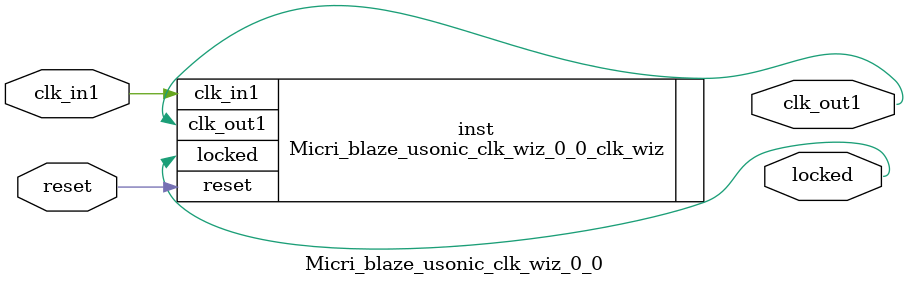
<source format=v>


`timescale 1ps/1ps

(* CORE_GENERATION_INFO = "Micri_blaze_usonic_clk_wiz_0_0,clk_wiz_v6_0_4_0_0,{component_name=Micri_blaze_usonic_clk_wiz_0_0,use_phase_alignment=true,use_min_o_jitter=false,use_max_i_jitter=false,use_dyn_phase_shift=false,use_inclk_switchover=false,use_dyn_reconfig=false,enable_axi=0,feedback_source=FDBK_AUTO,PRIMITIVE=MMCM,num_out_clk=1,clkin1_period=10.000,clkin2_period=10.000,use_power_down=false,use_reset=true,use_locked=true,use_inclk_stopped=false,feedback_type=SINGLE,CLOCK_MGR_TYPE=NA,manual_override=false}" *)

module Micri_blaze_usonic_clk_wiz_0_0 
 (
  // Clock out ports
  output        clk_out1,
  // Status and control signals
  input         reset,
  output        locked,
 // Clock in ports
  input         clk_in1
 );

  Micri_blaze_usonic_clk_wiz_0_0_clk_wiz inst
  (
  // Clock out ports  
  .clk_out1(clk_out1),
  // Status and control signals               
  .reset(reset), 
  .locked(locked),
 // Clock in ports
  .clk_in1(clk_in1)
  );

endmodule

</source>
